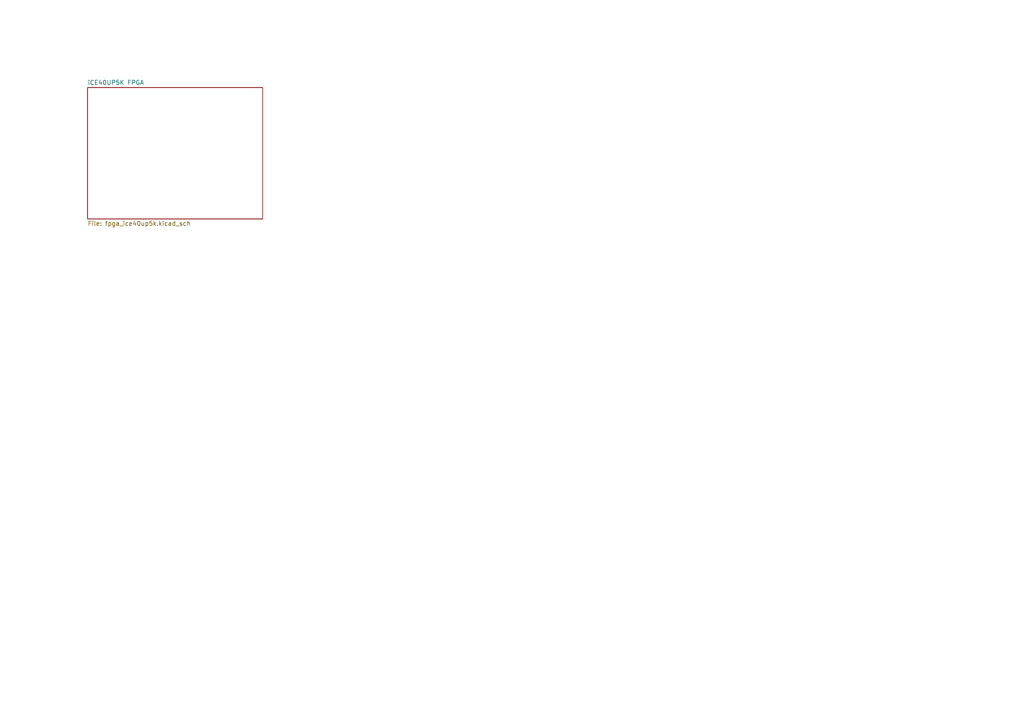
<source format=kicad_sch>
(kicad_sch
	(version 20231120)
	(generator "eeschema")
	(generator_version "8.0")
	(uuid "361b03af-9cad-4332-8b54-96adaeee7ca9")
	(paper "A4")
	(lib_symbols)
	(sheet
		(at 25.4 25.4)
		(size 50.8 38.1)
		(fields_autoplaced yes)
		(stroke
			(width 0.1524)
			(type solid)
		)
		(fill
			(color 0 0 0 0.0000)
		)
		(uuid "a2e49cb0-63ef-4d8b-97b5-3da8d612d441")
		(property "Sheetname" "iCE40UP5K FPGA"
			(at 25.4 24.6884 0)
			(effects
				(font
					(size 1.27 1.27)
				)
				(justify left bottom)
			)
		)
		(property "Sheetfile" "fpga_ice40up5k.kicad_sch"
			(at 25.4 64.0846 0)
			(effects
				(font
					(size 1.27 1.27)
				)
				(justify left top)
			)
		)
		(instances
			(project "FrostBite_Rev1"
				(path "/361b03af-9cad-4332-8b54-96adaeee7ca9"
					(page "2")
				)
			)
		)
	)
	(sheet_instances
		(path "/"
			(page "1")
		)
	)
)
</source>
